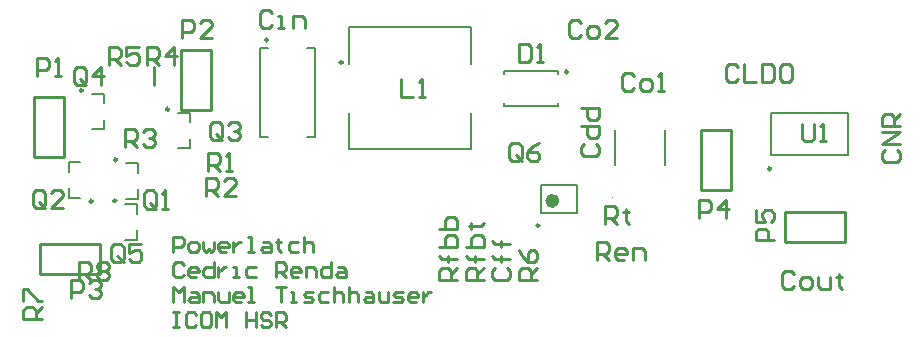
<source format=gto>
G04*
G04 #@! TF.GenerationSoftware,Altium Limited,Altium Designer,19.1.8 (144)*
G04*
G04 Layer_Color=65535*
%FSLAX42Y42*%
%MOMM*%
G71*
G01*
G75*
%ADD10C,0.25*%
%ADD11C,0.10*%
%ADD12C,0.60*%
%ADD13C,0.25*%
%ADD14C,0.20*%
D10*
X6408Y1870D02*
G03*
X6408Y1870I-12J0D01*
G01*
X2783Y2770D02*
G03*
X2783Y2770I-12J0D01*
G01*
X4688Y2690D02*
G03*
X4688Y2690I-12J0D01*
G01*
X4448Y1390D02*
G03*
X4448Y1390I-12J0D01*
G01*
X2150Y2960D02*
G03*
X2150Y2960I-12J0D01*
G01*
X1312Y2373D02*
G03*
X1312Y2373I-12J0D01*
G01*
X870Y1945D02*
G03*
X870Y1945I-12J0D01*
G01*
X865Y1600D02*
G03*
X865Y1600I-12J0D01*
G01*
X582Y2533D02*
G03*
X582Y2533I-12J0D01*
G01*
X665Y1595D02*
G03*
X665Y1595I-12J0D01*
G01*
D11*
X5066Y1624D02*
G03*
X5066Y1624I-5J0D01*
G01*
D12*
X4588Y1598D02*
G03*
X4588Y1598I-30J0D01*
G01*
D13*
X5815Y2199D02*
X6069D01*
X5815Y1691D02*
Y2199D01*
Y1691D02*
X6069D01*
Y2199D01*
X7032Y1251D02*
Y1505D01*
X6524D02*
X7032D01*
X6524Y1251D02*
Y1505D01*
Y1251D02*
X7032D01*
X221Y978D02*
Y1232D01*
Y978D02*
X729D01*
Y1232D01*
X221D02*
X729D01*
X1410Y2368D02*
X1665D01*
Y2876D01*
X1410D02*
X1665D01*
X1410Y2368D02*
Y2876D01*
X171Y1972D02*
X424D01*
Y2480D01*
X171D02*
X424D01*
X171Y1972D02*
Y2480D01*
X1185Y2733D02*
X1188Y2577D01*
X1350Y1165D02*
Y1292D01*
X1414D01*
X1435Y1271D01*
Y1229D01*
X1414Y1208D01*
X1350D01*
X1499Y1165D02*
X1541D01*
X1562Y1186D01*
Y1229D01*
X1541Y1250D01*
X1499D01*
X1477Y1229D01*
Y1186D01*
X1499Y1165D01*
X1604Y1250D02*
Y1186D01*
X1625Y1165D01*
X1647Y1186D01*
X1668Y1165D01*
X1689Y1186D01*
Y1250D01*
X1795Y1165D02*
X1752D01*
X1731Y1186D01*
Y1229D01*
X1752Y1250D01*
X1795D01*
X1816Y1229D01*
Y1208D01*
X1731D01*
X1858Y1250D02*
Y1165D01*
Y1208D01*
X1879Y1229D01*
X1901Y1250D01*
X1922D01*
X1985Y1165D02*
X2028D01*
X2006D01*
Y1292D01*
X1985D01*
X2112Y1250D02*
X2154D01*
X2176Y1229D01*
Y1165D01*
X2112D01*
X2091Y1186D01*
X2112Y1208D01*
X2176D01*
X2239Y1271D02*
Y1250D01*
X2218D01*
X2260D01*
X2239D01*
Y1186D01*
X2260Y1165D01*
X2408Y1250D02*
X2345D01*
X2324Y1229D01*
Y1186D01*
X2345Y1165D01*
X2408D01*
X2451Y1292D02*
Y1165D01*
Y1229D01*
X2472Y1250D01*
X2514D01*
X2535Y1229D01*
Y1165D01*
X1435Y1058D02*
X1414Y1079D01*
X1372D01*
X1350Y1058D01*
Y973D01*
X1372Y952D01*
X1414D01*
X1435Y973D01*
X1541Y952D02*
X1499D01*
X1477Y973D01*
Y1016D01*
X1499Y1037D01*
X1541D01*
X1562Y1016D01*
Y994D01*
X1477D01*
X1689Y1079D02*
Y952D01*
X1625D01*
X1604Y973D01*
Y1016D01*
X1625Y1037D01*
X1689D01*
X1731D02*
Y952D01*
Y994D01*
X1752Y1016D01*
X1774Y1037D01*
X1795D01*
X1858Y952D02*
X1901D01*
X1879D01*
Y1037D01*
X1858D01*
X2049D02*
X1985D01*
X1964Y1016D01*
Y973D01*
X1985Y952D01*
X2049D01*
X2218D02*
Y1079D01*
X2281D01*
X2303Y1058D01*
Y1016D01*
X2281Y994D01*
X2218D01*
X2260D02*
X2303Y952D01*
X2408D02*
X2366D01*
X2345Y973D01*
Y1016D01*
X2366Y1037D01*
X2408D01*
X2430Y1016D01*
Y994D01*
X2345D01*
X2472Y952D02*
Y1037D01*
X2535D01*
X2557Y1016D01*
Y952D01*
X2683Y1079D02*
Y952D01*
X2620D01*
X2599Y973D01*
Y1016D01*
X2620Y1037D01*
X2683D01*
X2747D02*
X2789D01*
X2810Y1016D01*
Y952D01*
X2747D01*
X2726Y973D01*
X2747Y994D01*
X2810D01*
X1350Y739D02*
Y866D01*
X1393Y823D01*
X1435Y866D01*
Y739D01*
X1499Y823D02*
X1541D01*
X1562Y802D01*
Y739D01*
X1499D01*
X1477Y760D01*
X1499Y781D01*
X1562D01*
X1604Y739D02*
Y823D01*
X1668D01*
X1689Y802D01*
Y739D01*
X1731Y823D02*
Y760D01*
X1752Y739D01*
X1816D01*
Y823D01*
X1922Y739D02*
X1879D01*
X1858Y760D01*
Y802D01*
X1879Y823D01*
X1922D01*
X1943Y802D01*
Y781D01*
X1858D01*
X1985Y739D02*
X2028D01*
X2006D01*
Y866D01*
X1985D01*
X2218D02*
X2303D01*
X2260D01*
Y739D01*
X2345D02*
X2387D01*
X2366D01*
Y823D01*
X2345D01*
X2451Y739D02*
X2514D01*
X2535Y760D01*
X2514Y781D01*
X2472D01*
X2451Y802D01*
X2472Y823D01*
X2535D01*
X2662D02*
X2599D01*
X2578Y802D01*
Y760D01*
X2599Y739D01*
X2662D01*
X2705Y866D02*
Y739D01*
Y802D01*
X2726Y823D01*
X2768D01*
X2789Y802D01*
Y739D01*
X2832Y866D02*
Y739D01*
Y802D01*
X2853Y823D01*
X2895D01*
X2916Y802D01*
Y739D01*
X2980Y823D02*
X3022D01*
X3043Y802D01*
Y739D01*
X2980D01*
X2959Y760D01*
X2980Y781D01*
X3043D01*
X3086Y823D02*
Y760D01*
X3107Y739D01*
X3170D01*
Y823D01*
X3212Y739D02*
X3276D01*
X3297Y760D01*
X3276Y781D01*
X3234D01*
X3212Y802D01*
X3234Y823D01*
X3297D01*
X3403Y739D02*
X3361D01*
X3339Y760D01*
Y802D01*
X3361Y823D01*
X3403D01*
X3424Y802D01*
Y781D01*
X3339D01*
X3466Y823D02*
Y739D01*
Y781D01*
X3488Y802D01*
X3509Y823D01*
X3530D01*
X1350Y652D02*
X1393D01*
X1372D01*
Y525D01*
X1350D01*
X1393D01*
X1541Y631D02*
X1520Y652D01*
X1477D01*
X1456Y631D01*
Y547D01*
X1477Y525D01*
X1520D01*
X1541Y547D01*
X1647Y652D02*
X1604D01*
X1583Y631D01*
Y547D01*
X1604Y525D01*
X1647D01*
X1668Y547D01*
Y631D01*
X1647Y652D01*
X1710Y525D02*
Y652D01*
X1752Y610D01*
X1795Y652D01*
Y525D01*
X1964Y652D02*
Y525D01*
Y589D01*
X2049D01*
Y652D01*
Y525D01*
X2176Y631D02*
X2154Y652D01*
X2112D01*
X2091Y631D01*
Y610D01*
X2112Y589D01*
X2154D01*
X2176Y568D01*
Y547D01*
X2154Y525D01*
X2112D01*
X2091Y547D01*
X2218Y525D02*
Y652D01*
X2281D01*
X2303Y631D01*
Y589D01*
X2281Y568D01*
X2218D01*
X2260D02*
X2303Y525D01*
X5800Y1450D02*
Y1602D01*
X5876D01*
X5902Y1577D01*
Y1526D01*
X5876Y1501D01*
X5800D01*
X6029Y1450D02*
Y1602D01*
X5952Y1526D01*
X6054D01*
X6436Y1262D02*
X6284D01*
Y1338D01*
X6309Y1363D01*
X6360D01*
X6385Y1338D01*
Y1262D01*
X6284Y1516D02*
Y1414D01*
X6360D01*
X6334Y1465D01*
Y1490D01*
X6360Y1516D01*
X6410D01*
X6436Y1490D01*
Y1440D01*
X6410Y1414D01*
X6675Y2252D02*
Y2125D01*
X6700Y2100D01*
X6751D01*
X6777Y2125D01*
Y2252D01*
X6827Y2100D02*
X6878D01*
X6853D01*
Y2252D01*
X6827Y2227D01*
X6602Y977D02*
X6576Y1002D01*
X6525D01*
X6500Y977D01*
Y875D01*
X6525Y850D01*
X6576D01*
X6602Y875D01*
X6678Y850D02*
X6729D01*
X6754Y875D01*
Y926D01*
X6729Y952D01*
X6678D01*
X6652Y926D01*
Y875D01*
X6678Y850D01*
X6805Y952D02*
Y875D01*
X6830Y850D01*
X6906D01*
Y952D01*
X6982Y977D02*
Y952D01*
X6957D01*
X7008D01*
X6982D01*
Y875D01*
X7008Y850D01*
X6127Y2727D02*
X6101Y2752D01*
X6050D01*
X6025Y2727D01*
Y2625D01*
X6050Y2600D01*
X6101D01*
X6127Y2625D01*
X6177Y2752D02*
Y2600D01*
X6279D01*
X6330Y2752D02*
Y2600D01*
X6406D01*
X6431Y2625D01*
Y2727D01*
X6406Y2752D01*
X6330D01*
X6558D02*
X6507D01*
X6482Y2727D01*
Y2625D01*
X6507Y2600D01*
X6558D01*
X6584Y2625D01*
Y2727D01*
X6558Y2752D01*
X7373Y2027D02*
X7348Y2001D01*
Y1950D01*
X7373Y1925D01*
X7475D01*
X7500Y1950D01*
Y2001D01*
X7475Y2027D01*
X7500Y2077D02*
X7348D01*
X7500Y2179D01*
X7348D01*
X7500Y2230D02*
X7348D01*
Y2306D01*
X7373Y2331D01*
X7424D01*
X7449Y2306D01*
Y2230D01*
Y2280D02*
X7500Y2331D01*
X3275Y2627D02*
Y2475D01*
X3377D01*
X3427D02*
X3478D01*
X3453D01*
Y2627D01*
X3427Y2602D01*
X4275Y2927D02*
Y2775D01*
X4351D01*
X4377Y2800D01*
Y2902D01*
X4351Y2927D01*
X4275D01*
X4427Y2775D02*
X4478D01*
X4453D01*
Y2927D01*
X4427Y2902D01*
X4802Y3102D02*
X4776Y3127D01*
X4725D01*
X4700Y3102D01*
Y3000D01*
X4725Y2975D01*
X4776D01*
X4802Y3000D01*
X4878Y2975D02*
X4929D01*
X4954Y3000D01*
Y3051D01*
X4929Y3077D01*
X4878D01*
X4852Y3051D01*
Y3000D01*
X4878Y2975D01*
X5106D02*
X5005D01*
X5106Y3077D01*
Y3102D01*
X5081Y3127D01*
X5030D01*
X5005Y3102D01*
X5252Y2652D02*
X5226Y2677D01*
X5175D01*
X5150Y2652D01*
Y2550D01*
X5175Y2525D01*
X5226D01*
X5252Y2550D01*
X5328Y2525D02*
X5379D01*
X5404Y2550D01*
Y2601D01*
X5379Y2627D01*
X5328D01*
X5302Y2601D01*
Y2550D01*
X5328Y2525D01*
X5455D02*
X5505D01*
X5480D01*
Y2677D01*
X5455Y2652D01*
X5000Y1400D02*
Y1552D01*
X5076D01*
X5102Y1527D01*
Y1476D01*
X5076Y1451D01*
X5000D01*
X5051D02*
X5102Y1400D01*
X5178Y1527D02*
Y1502D01*
X5152D01*
X5203D01*
X5178D01*
Y1425D01*
X5203Y1400D01*
X4425Y925D02*
X4273D01*
Y1001D01*
X4298Y1027D01*
X4349D01*
X4374Y1001D01*
Y925D01*
Y976D02*
X4425Y1027D01*
X4273Y1179D02*
X4298Y1128D01*
X4349Y1077D01*
X4400D01*
X4425Y1103D01*
Y1154D01*
X4400Y1179D01*
X4374D01*
X4349Y1154D01*
Y1077D01*
X4935Y1096D02*
Y1249D01*
X5011D01*
X5037Y1223D01*
Y1172D01*
X5011Y1147D01*
X4935D01*
X4986D02*
X5037Y1096D01*
X5164D02*
X5113D01*
X5087Y1122D01*
Y1172D01*
X5113Y1198D01*
X5164D01*
X5189Y1172D01*
Y1147D01*
X5087D01*
X5240Y1096D02*
Y1198D01*
X5316D01*
X5341Y1172D01*
Y1096D01*
X4823Y2077D02*
X4798Y2051D01*
Y2000D01*
X4823Y1975D01*
X4925D01*
X4950Y2000D01*
Y2051D01*
X4925Y2077D01*
X4798Y2229D02*
X4950D01*
Y2153D01*
X4925Y2127D01*
X4874D01*
X4848Y2153D01*
Y2229D01*
X4798Y2381D02*
X4950D01*
Y2305D01*
X4925Y2280D01*
X4874D01*
X4848Y2305D01*
Y2381D01*
X4297Y1963D02*
Y2064D01*
X4271Y2090D01*
X4220D01*
X4195Y2064D01*
Y1963D01*
X4220Y1938D01*
X4271D01*
X4246Y1988D02*
X4297Y1938D01*
X4271D02*
X4297Y1963D01*
X4449Y2090D02*
X4398Y2064D01*
X4347Y2014D01*
Y1963D01*
X4373Y1938D01*
X4424D01*
X4449Y1963D01*
Y1988D01*
X4424Y2014D01*
X4347D01*
X4073Y1027D02*
X4048Y1001D01*
Y950D01*
X4073Y925D01*
X4175D01*
X4200Y950D01*
Y1001D01*
X4175Y1027D01*
X4200Y1103D02*
X4073D01*
X4124D01*
Y1077D01*
Y1128D01*
Y1103D01*
X4073D01*
X4048Y1128D01*
X4200Y1230D02*
X4073D01*
X4124D01*
Y1204D01*
Y1255D01*
Y1230D01*
X4073D01*
X4048Y1255D01*
X3975Y925D02*
X3823D01*
Y1001D01*
X3848Y1027D01*
X3899D01*
X3924Y1001D01*
Y925D01*
Y976D02*
X3975Y1027D01*
Y1103D02*
X3848D01*
X3899D01*
Y1077D01*
Y1128D01*
Y1103D01*
X3848D01*
X3823Y1128D01*
Y1204D02*
X3975D01*
Y1280D01*
X3950Y1306D01*
X3924D01*
X3899D01*
X3873Y1280D01*
Y1204D01*
X3848Y1382D02*
X3873D01*
Y1357D01*
Y1407D01*
Y1382D01*
X3950D01*
X3975Y1407D01*
X3750Y925D02*
X3598D01*
Y1001D01*
X3623Y1027D01*
X3674D01*
X3699Y1001D01*
Y925D01*
Y976D02*
X3750Y1027D01*
Y1103D02*
X3623D01*
X3674D01*
Y1077D01*
Y1128D01*
Y1103D01*
X3623D01*
X3598Y1128D01*
Y1204D02*
X3750D01*
Y1280D01*
X3725Y1306D01*
X3699D01*
X3674D01*
X3648Y1280D01*
Y1204D01*
X3598Y1357D02*
X3750D01*
Y1433D01*
X3725Y1458D01*
X3699D01*
X3674D01*
X3648Y1433D01*
Y1357D01*
X233Y600D02*
X80D01*
Y676D01*
X106Y702D01*
X156D01*
X182Y676D01*
Y600D01*
Y651D02*
X233Y702D01*
X80Y752D02*
Y854D01*
X106D01*
X207Y752D01*
X233D01*
X2184Y3189D02*
X2159Y3215D01*
X2108D01*
X2083Y3189D01*
Y3088D01*
X2108Y3062D01*
X2159D01*
X2184Y3088D01*
X2235Y3062D02*
X2286D01*
X2260D01*
Y3164D01*
X2235D01*
X2362Y3062D02*
Y3164D01*
X2438D01*
X2463Y3139D01*
Y3062D01*
X552Y925D02*
Y1077D01*
X628D01*
X654Y1052D01*
Y1001D01*
X628Y975D01*
X552D01*
X603D02*
X654Y925D01*
X704Y1052D02*
X730Y1077D01*
X780D01*
X806Y1052D01*
Y1026D01*
X780Y1001D01*
X806Y975D01*
Y950D01*
X780Y925D01*
X730D01*
X704Y950D01*
Y975D01*
X730Y1001D01*
X704Y1026D01*
Y1052D01*
X730Y1001D02*
X780D01*
X1764Y2140D02*
Y2242D01*
X1739Y2267D01*
X1688D01*
X1662Y2242D01*
Y2140D01*
X1688Y2115D01*
X1739D01*
X1713Y2166D02*
X1764Y2115D01*
X1739D02*
X1764Y2140D01*
X1815Y2242D02*
X1840Y2267D01*
X1891D01*
X1916Y2242D01*
Y2217D01*
X1891Y2191D01*
X1866D01*
X1891D01*
X1916Y2166D01*
Y2140D01*
X1891Y2115D01*
X1840D01*
X1815Y2140D01*
X1204Y1558D02*
Y1659D01*
X1179Y1685D01*
X1128D01*
X1102Y1659D01*
Y1558D01*
X1128Y1532D01*
X1179D01*
X1153Y1583D02*
X1204Y1532D01*
X1179D02*
X1204Y1558D01*
X1255Y1532D02*
X1306D01*
X1280D01*
Y1685D01*
X1255Y1659D01*
X800Y2750D02*
Y2902D01*
X876D01*
X902Y2877D01*
Y2826D01*
X876Y2801D01*
X800D01*
X851D02*
X902Y2750D01*
X1054Y2902D02*
X952D01*
Y2826D01*
X1003Y2852D01*
X1029D01*
X1054Y2826D01*
Y2775D01*
X1029Y2750D01*
X978D01*
X952Y2775D01*
X1125Y2750D02*
Y2902D01*
X1201D01*
X1227Y2877D01*
Y2826D01*
X1201Y2801D01*
X1125D01*
X1176D02*
X1227Y2750D01*
X1354D02*
Y2902D01*
X1277Y2826D01*
X1379D01*
X943Y2050D02*
Y2202D01*
X1019D01*
X1044Y2177D01*
Y2126D01*
X1019Y2101D01*
X943D01*
X993D02*
X1044Y2050D01*
X1095Y2177D02*
X1120Y2202D01*
X1171D01*
X1196Y2177D01*
Y2152D01*
X1171Y2126D01*
X1146D01*
X1171D01*
X1196Y2101D01*
Y2075D01*
X1171Y2050D01*
X1120D01*
X1095Y2075D01*
X1623Y1638D02*
Y1790D01*
X1699D01*
X1724Y1764D01*
Y1714D01*
X1699Y1688D01*
X1623D01*
X1673D02*
X1724Y1638D01*
X1876D02*
X1775D01*
X1876Y1739D01*
Y1764D01*
X1851Y1790D01*
X1800D01*
X1775Y1764D01*
X1640Y1848D02*
Y2000D01*
X1716D01*
X1742Y1974D01*
Y1924D01*
X1716Y1898D01*
X1640D01*
X1691D02*
X1742Y1848D01*
X1792D02*
X1843D01*
X1818D01*
Y2000D01*
X1792Y1974D01*
X927Y1105D02*
Y1207D01*
X901Y1232D01*
X850D01*
X825Y1207D01*
Y1105D01*
X850Y1080D01*
X901D01*
X876Y1131D02*
X927Y1080D01*
X901D02*
X927Y1105D01*
X1079Y1232D02*
X977D01*
Y1156D01*
X1028Y1182D01*
X1054D01*
X1079Y1156D01*
Y1105D01*
X1054Y1080D01*
X1003D01*
X977Y1105D01*
X607Y2603D02*
Y2704D01*
X581Y2730D01*
X530D01*
X505Y2704D01*
Y2603D01*
X530Y2577D01*
X581D01*
X556Y2628D02*
X607Y2577D01*
X581D02*
X607Y2603D01*
X734Y2577D02*
Y2730D01*
X657Y2654D01*
X759D01*
X259Y1563D02*
Y1664D01*
X234Y1690D01*
X183D01*
X158Y1664D01*
Y1563D01*
X183Y1538D01*
X234D01*
X208Y1588D02*
X259Y1538D01*
X234D02*
X259Y1563D01*
X411Y1538D02*
X310D01*
X411Y1639D01*
Y1664D01*
X386Y1690D01*
X335D01*
X310Y1664D01*
X482Y778D02*
Y930D01*
X558D01*
X583Y904D01*
Y854D01*
X558Y828D01*
X482D01*
X634Y904D02*
X659Y930D01*
X710D01*
X735Y904D01*
Y879D01*
X710Y854D01*
X685D01*
X710D01*
X735Y828D01*
Y803D01*
X710Y778D01*
X659D01*
X634Y803D01*
X1425Y2975D02*
Y3127D01*
X1501D01*
X1527Y3102D01*
Y3051D01*
X1501Y3026D01*
X1425D01*
X1679Y2975D02*
X1577D01*
X1679Y3077D01*
Y3102D01*
X1654Y3127D01*
X1603D01*
X1577Y3102D01*
X192Y2657D02*
Y2809D01*
X269D01*
X294Y2784D01*
Y2733D01*
X269Y2708D01*
X192D01*
X345Y2657D02*
X396D01*
X370D01*
Y2809D01*
X345Y2784D01*
D14*
X7065Y1988D02*
Y2338D01*
X6405Y1988D02*
Y2338D01*
X7065D01*
X6405Y1988D02*
X7065D01*
X3865Y2035D02*
Y2345D01*
X2835Y2035D02*
Y2345D01*
X3865Y2755D02*
Y3065D01*
X2835Y2755D02*
Y3065D01*
Y2035D02*
X3865D01*
X2835Y3065D02*
X3865D01*
X4605Y2400D02*
Y2425D01*
X4145Y2400D02*
Y2425D01*
X4605Y2675D02*
Y2700D01*
X4145Y2675D02*
Y2700D01*
Y2400D02*
X4605D01*
X4145Y2700D02*
X4605D01*
X5508Y1900D02*
Y2200D01*
X5092Y1900D02*
Y2200D01*
X4768Y1498D02*
Y1728D01*
X4458Y1498D02*
Y1728D01*
X4768D01*
X4458Y1498D02*
X4768D01*
X2477Y2895D02*
X2545D01*
X2477Y2135D02*
X2545D01*
X2085Y2895D02*
X2152D01*
X2085Y2135D02*
X2152D01*
X2545D02*
Y2895D01*
X2085Y2135D02*
Y2895D01*
X1390Y2342D02*
X1490D01*
Y2262D02*
Y2342D01*
X1390Y2042D02*
X1490D01*
Y2123D01*
X948Y1915D02*
X1048D01*
Y1835D02*
Y1915D01*
X948Y1615D02*
X1048D01*
Y1695D01*
X1043Y1270D02*
Y1350D01*
X943Y1270D02*
X1043D01*
Y1490D02*
Y1570D01*
X943D02*
X1043D01*
X760Y2202D02*
Y2283D01*
X660Y2202D02*
X760D01*
Y2423D02*
Y2502D01*
X660D02*
X760D01*
X462Y1845D02*
Y1925D01*
X562D01*
X462Y1625D02*
Y1705D01*
Y1625D02*
X562D01*
M02*

</source>
